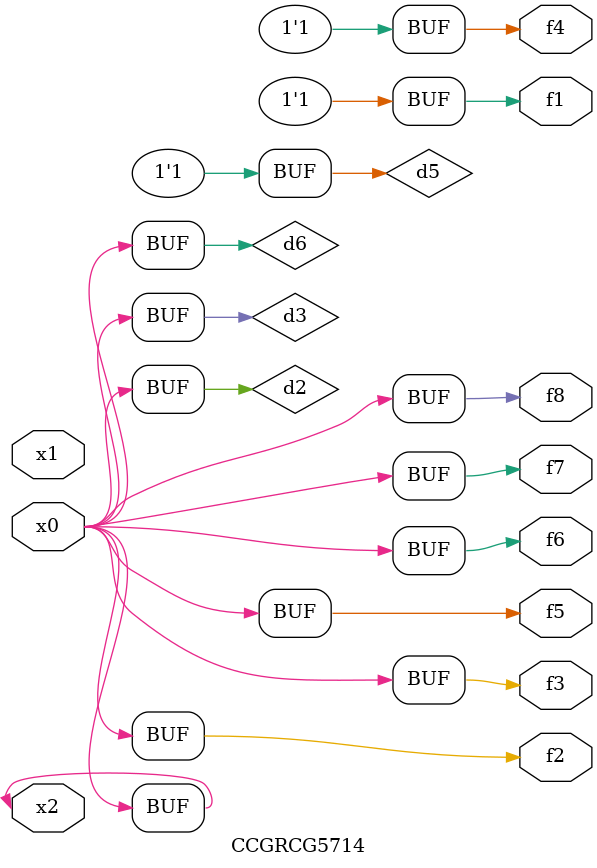
<source format=v>
module CCGRCG5714(
	input x0, x1, x2,
	output f1, f2, f3, f4, f5, f6, f7, f8
);

	wire d1, d2, d3, d4, d5, d6;

	xnor (d1, x2);
	buf (d2, x0, x2);
	and (d3, x0);
	xnor (d4, x1, x2);
	nand (d5, d1, d3);
	buf (d6, d2, d3);
	assign f1 = d5;
	assign f2 = d6;
	assign f3 = d6;
	assign f4 = d5;
	assign f5 = d6;
	assign f6 = d6;
	assign f7 = d6;
	assign f8 = d6;
endmodule

</source>
